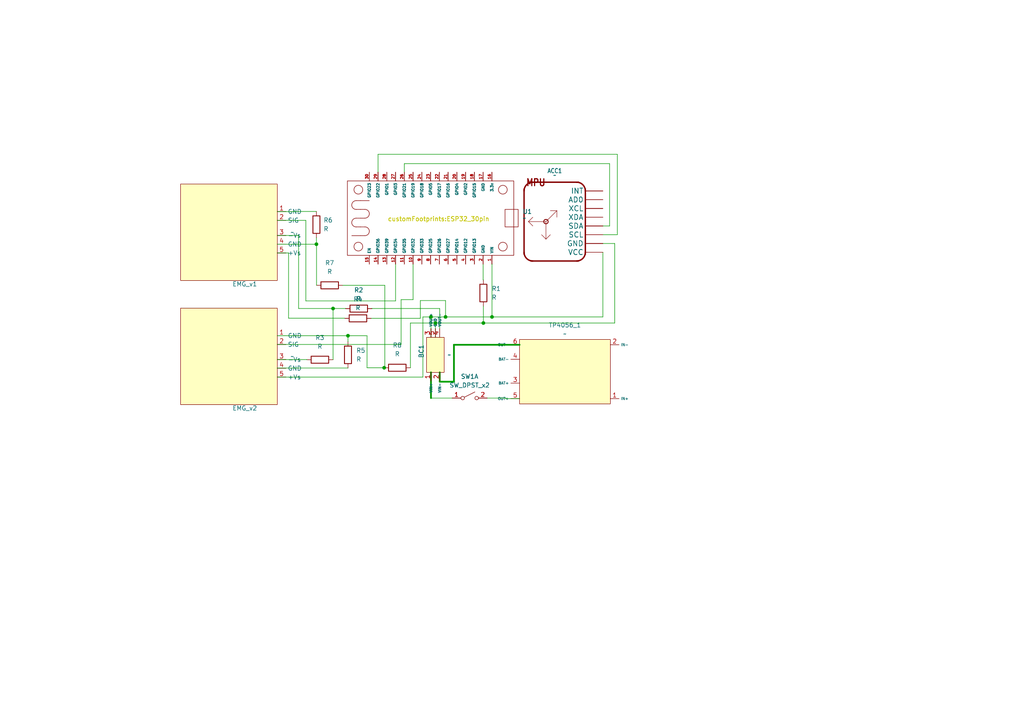
<source format=kicad_sch>
(kicad_sch
	(version 20250114)
	(generator "eeschema")
	(generator_version "9.0")
	(uuid "f4a3b0e6-cc17-4185-a2ff-4c65f32810e2")
	(paper "A4")
	(lib_symbols
		(symbol "Device:R"
			(pin_numbers
				(hide yes)
			)
			(pin_names
				(offset 0)
			)
			(exclude_from_sim no)
			(in_bom yes)
			(on_board yes)
			(property "Reference" "R"
				(at 2.032 0 90)
				(effects
					(font
						(size 1.27 1.27)
					)
				)
			)
			(property "Value" "R"
				(at 0 0 90)
				(effects
					(font
						(size 1.27 1.27)
					)
				)
			)
			(property "Footprint" ""
				(at -1.778 0 90)
				(effects
					(font
						(size 1.27 1.27)
					)
					(hide yes)
				)
			)
			(property "Datasheet" "~"
				(at 0 0 0)
				(effects
					(font
						(size 1.27 1.27)
					)
					(hide yes)
				)
			)
			(property "Description" "Resistor"
				(at 0 0 0)
				(effects
					(font
						(size 1.27 1.27)
					)
					(hide yes)
				)
			)
			(property "ki_keywords" "R res resistor"
				(at 0 0 0)
				(effects
					(font
						(size 1.27 1.27)
					)
					(hide yes)
				)
			)
			(property "ki_fp_filters" "R_*"
				(at 0 0 0)
				(effects
					(font
						(size 1.27 1.27)
					)
					(hide yes)
				)
			)
			(symbol "R_0_1"
				(rectangle
					(start -1.016 -2.54)
					(end 1.016 2.54)
					(stroke
						(width 0.254)
						(type default)
					)
					(fill
						(type none)
					)
				)
			)
			(symbol "R_1_1"
				(pin passive line
					(at 0 3.81 270)
					(length 1.27)
					(name "~"
						(effects
							(font
								(size 1.27 1.27)
							)
						)
					)
					(number "1"
						(effects
							(font
								(size 1.27 1.27)
							)
						)
					)
				)
				(pin passive line
					(at 0 -3.81 90)
					(length 1.27)
					(name "~"
						(effects
							(font
								(size 1.27 1.27)
							)
						)
					)
					(number "2"
						(effects
							(font
								(size 1.27 1.27)
							)
						)
					)
				)
			)
			(embedded_fonts no)
		)
		(symbol "Switch:SW_DPST_x2"
			(pin_names
				(offset 0)
				(hide yes)
			)
			(exclude_from_sim no)
			(in_bom yes)
			(on_board yes)
			(property "Reference" "SW1"
				(at 0 6.2612 0)
				(effects
					(font
						(size 1.27 1.27)
					)
				)
			)
			(property "Value" "SW_DPST_x2"
				(at 0 3.7212 0)
				(effects
					(font
						(size 1.27 1.27)
					)
				)
			)
			(property "Footprint" ""
				(at 0 0 0)
				(effects
					(font
						(size 1.27 1.27)
					)
					(hide yes)
				)
			)
			(property "Datasheet" "~"
				(at 0 0 0)
				(effects
					(font
						(size 1.27 1.27)
					)
					(hide yes)
				)
			)
			(property "Description" "Single Pole Single Throw (SPST) switch, separate symbol"
				(at 0 0 0)
				(effects
					(font
						(size 1.27 1.27)
					)
					(hide yes)
				)
			)
			(property "ki_keywords" "switch lever"
				(at 0 0 0)
				(effects
					(font
						(size 1.27 1.27)
					)
					(hide yes)
				)
			)
			(symbol "SW_DPST_x2_0_0"
				(circle
					(center -2.032 0)
					(radius 0.508)
					(stroke
						(width 0)
						(type default)
					)
					(fill
						(type none)
					)
				)
				(polyline
					(pts
						(xy -1.524 0.254) (xy 1.524 1.778)
					)
					(stroke
						(width 0)
						(type default)
					)
					(fill
						(type none)
					)
				)
				(circle
					(center 2.032 0)
					(radius 0.508)
					(stroke
						(width 0)
						(type default)
					)
					(fill
						(type none)
					)
				)
			)
			(symbol "SW_DPST_x2_1_1"
				(pin power_out line
					(at -5.08 0 0)
					(length 2.54)
					(name "A"
						(effects
							(font
								(size 1.27 1.27)
							)
						)
					)
					(number "1"
						(effects
							(font
								(size 1.27 1.27)
							)
						)
					)
				)
				(pin power_in line
					(at 5.08 0 180)
					(length 2.54)
					(name "B"
						(effects
							(font
								(size 1.27 1.27)
							)
						)
					)
					(number "2"
						(effects
							(font
								(size 1.27 1.27)
							)
						)
					)
				)
			)
			(symbol "SW_DPST_x2_2_1"
				(pin passive line
					(at -5.08 0 0)
					(length 2.54)
					(name "A"
						(effects
							(font
								(size 1.27 1.27)
							)
						)
					)
					(number "3"
						(effects
							(font
								(size 1.27 1.27)
							)
						)
					)
				)
				(pin passive line
					(at 5.08 0 180)
					(length 2.54)
					(name "B"
						(effects
							(font
								(size 1.27 1.27)
							)
						)
					)
					(number "4"
						(effects
							(font
								(size 1.27 1.27)
							)
						)
					)
				)
			)
			(embedded_fonts no)
		)
		(symbol "customModules:Buck_Converter_Module"
			(exclude_from_sim no)
			(in_bom yes)
			(on_board yes)
			(property "Reference" "BC"
				(at 6.096 1.524 0)
				(do_not_autoplace)
				(effects
					(font
						(size 1.27 1.27)
					)
				)
			)
			(property "Value" ""
				(at 0 0 0)
				(effects
					(font
						(size 1.27 1.27)
					)
				)
			)
			(property "Footprint" ""
				(at 0 0 0)
				(effects
					(font
						(size 1.27 1.27)
					)
					(hide yes)
				)
			)
			(property "Datasheet" ""
				(at 0 0 0)
				(effects
					(font
						(size 1.27 1.27)
					)
					(hide yes)
				)
			)
			(property "Description" ""
				(at 0 0 0)
				(effects
					(font
						(size 1.27 1.27)
					)
					(hide yes)
				)
			)
			(symbol "Buck_Converter_Module_1_1"
				(rectangle
					(start 0 0)
					(end 10.16 -5.08)
					(stroke
						(width 0)
						(type solid)
					)
					(fill
						(type background)
					)
				)
				(pin power_in line
					(at 0 -1.27 180)
					(length 2.54)
					(name "VIN+"
						(effects
							(font
								(size 0.762 0.762)
							)
						)
					)
					(number "1"
						(effects
							(font
								(size 1.27 1.27)
							)
						)
					)
				)
				(pin power_in line
					(at 0 -3.81 180)
					(length 2.54)
					(name "VIN-"
						(effects
							(font
								(size 0.762 0.762)
							)
						)
					)
					(number "2"
						(effects
							(font
								(size 1.27 1.27)
							)
						)
					)
				)
				(pin power_out line
					(at 10.16 -1.27 0)
					(length 2.54)
					(name "VOUT+"
						(effects
							(font
								(size 0.762 0.762)
							)
						)
					)
					(number "3"
						(effects
							(font
								(size 1.27 1.27)
							)
						)
					)
				)
				(pin power_out line
					(at 10.16 -2.54 0)
					(length 2.54)
					(name "GND"
						(effects
							(font
								(size 0.762 0.762)
							)
						)
					)
					(number "5"
						(effects
							(font
								(size 1.27 1.27)
							)
						)
					)
				)
				(pin power_out line
					(at 10.16 -3.81 0)
					(length 2.54)
					(name "VOUT-"
						(effects
							(font
								(size 0.762 0.762)
							)
						)
					)
					(number "4"
						(effects
							(font
								(size 1.27 1.27)
							)
						)
					)
				)
			)
			(embedded_fonts no)
		)
		(symbol "customModules:EMG_Sensor_v3"
			(exclude_from_sim no)
			(in_bom yes)
			(on_board yes)
			(property "Reference" "EMG_v3"
				(at 9.398 1.016 0)
				(do_not_autoplace)
				(effects
					(font
						(size 1.27 1.27)
					)
				)
			)
			(property "Value" ""
				(at 0 0 0)
				(effects
					(font
						(size 1.27 1.27)
					)
				)
			)
			(property "Footprint" ""
				(at 0 0 0)
				(effects
					(font
						(size 1.27 1.27)
					)
					(hide yes)
				)
			)
			(property "Datasheet" ""
				(at 0 0 0)
				(effects
					(font
						(size 1.27 1.27)
					)
					(hide yes)
				)
			)
			(property "Description" ""
				(at 0 0 0)
				(effects
					(font
						(size 1.27 1.27)
					)
					(hide yes)
				)
			)
			(symbol "EMG_Sensor_v3_1_1"
				(rectangle
					(start 0 0)
					(end 28 -28)
					(stroke
						(width 0)
						(type solid)
					)
					(fill
						(type color)
						(color 255 255 194 1)
					)
				)
				(pin power_in line
					(at 0 -8 180)
					(length 2.54)
					(name "+Vs"
						(effects
							(font
								(size 1.27 1.27)
							)
						)
					)
					(number "5"
						(effects
							(font
								(size 1.27 1.27)
							)
						)
					)
				)
				(pin power_in line
					(at 0 -10.54 180)
					(length 2.54)
					(name "GND"
						(effects
							(font
								(size 1.27 1.27)
							)
						)
					)
					(number "4"
						(effects
							(font
								(size 1.27 1.27)
							)
						)
					)
				)
				(pin power_in line
					(at 0 -13.08 180)
					(length 2.54)
					(name "-Vs"
						(effects
							(font
								(size 1.27 1.27)
							)
						)
					)
					(number "3"
						(effects
							(font
								(size 1.27 1.27)
							)
						)
					)
				)
				(pin output line
					(at 0 -17.46 180)
					(length 2.54)
					(name "SIG"
						(effects
							(font
								(size 1.27 1.27)
							)
						)
					)
					(number "2"
						(effects
							(font
								(size 1.27 1.27)
							)
						)
					)
				)
				(pin power_in line
					(at 0 -20 180)
					(length 2.54)
					(name "GND"
						(effects
							(font
								(size 1.27 1.27)
							)
						)
					)
					(number "1"
						(effects
							(font
								(size 1.27 1.27)
							)
						)
					)
				)
			)
			(embedded_fonts no)
		)
		(symbol "customModules:ESP32_30Pin"
			(exclude_from_sim no)
			(in_bom yes)
			(on_board yes)
			(property "Reference" "U1"
				(at 26.67 1.9051 0)
				(effects
					(font
						(size 1.27 1.27)
					)
					(justify left)
				)
			)
			(property "Value" "~"
				(at 26.67 0 0)
				(effects
					(font
						(size 1.27 1.27)
					)
					(justify left)
				)
			)
			(property "Footprint" "ESP32_30pin"
				(at 26.67 -1.9049 0)
				(effects
					(font
						(size 1.27 1.27)
						(color 194 194 0 1)
					)
					(justify left)
				)
			)
			(property "Datasheet" ""
				(at 0 0 0)
				(effects
					(font
						(size 1.27 1.27)
					)
					(hide yes)
				)
			)
			(property "Description" ""
				(at 0 0 0)
				(effects
					(font
						(size 1.27 1.27)
					)
					(hide yes)
				)
			)
			(symbol "ESP32_30Pin_0_1"
				(rectangle
					(start -24.13 10.795)
					(end 24.13 -10.795)
					(stroke
						(width 0)
						(type default)
					)
					(fill
						(type none)
					)
				)
				(polyline
					(pts
						(xy -21.59 5.08) (xy -20.32 5.08)
					)
					(stroke
						(width 0)
						(type default)
					)
					(fill
						(type none)
					)
				)
				(polyline
					(pts
						(xy -21.59 2.54) (xy -20.32 2.54)
					)
					(stroke
						(width 0)
						(type default)
					)
					(fill
						(type none)
					)
				)
				(polyline
					(pts
						(xy -21.59 0) (xy -20.32 0)
					)
					(stroke
						(width 0)
						(type default)
					)
					(fill
						(type none)
					)
				)
				(polyline
					(pts
						(xy -21.59 -2.54) (xy -20.32 -2.54)
					)
					(stroke
						(width 0)
						(type default)
					)
					(fill
						(type none)
					)
				)
				(arc
					(start -21.5975 2.5325)
					(mid -22.4933 2.9067)
					(end -22.8675 3.8025)
					(stroke
						(width 0)
						(type default)
					)
					(fill
						(type none)
					)
				)
				(arc
					(start -21.5975 -2.5475)
					(mid -22.4933 -2.1733)
					(end -22.8675 -1.2775)
					(stroke
						(width 0)
						(type default)
					)
					(fill
						(type none)
					)
				)
				(arc
					(start -22.86 3.81)
					(mid -22.4873 4.7073)
					(end -21.59 5.08)
					(stroke
						(width 0)
						(type default)
					)
					(fill
						(type none)
					)
				)
				(arc
					(start -22.86 -1.27)
					(mid -22.4873 -0.3727)
					(end -21.59 0)
					(stroke
						(width 0)
						(type default)
					)
					(fill
						(type none)
					)
				)
				(circle
					(center -20.955 8.255)
					(radius 1.27)
					(stroke
						(width 0)
						(type default)
					)
					(fill
						(type none)
					)
				)
				(circle
					(center -20.955 -8.255)
					(radius 1.27)
					(stroke
						(width 0)
						(type default)
					)
					(fill
						(type none)
					)
				)
				(polyline
					(pts
						(xy -20.32 5.08) (xy -17.78 5.08)
					)
					(stroke
						(width 0)
						(type default)
					)
					(fill
						(type none)
					)
				)
				(polyline
					(pts
						(xy -20.32 -5.08) (xy -22.86 -5.08)
					)
					(stroke
						(width 0)
						(type default)
					)
					(fill
						(type none)
					)
				)
				(arc
					(start -17.7775 1.2675)
					(mid -18.1502 0.3702)
					(end -19.0475 -0.0025)
					(stroke
						(width 0)
						(type default)
					)
					(fill
						(type none)
					)
				)
				(arc
					(start -17.7775 -3.8125)
					(mid -18.1502 -4.7098)
					(end -19.0475 -5.0825)
					(stroke
						(width 0)
						(type default)
					)
					(fill
						(type none)
					)
				)
				(arc
					(start -19.04 2.545)
					(mid -18.1442 2.1708)
					(end -17.77 1.275)
					(stroke
						(width 0)
						(type default)
					)
					(fill
						(type none)
					)
				)
				(arc
					(start -19.04 -2.535)
					(mid -18.1442 -2.9092)
					(end -17.77 -3.805)
					(stroke
						(width 0)
						(type default)
					)
					(fill
						(type none)
					)
				)
				(polyline
					(pts
						(xy -19.0475 2.5375) (xy -20.3175 2.5375)
					)
					(stroke
						(width 0)
						(type default)
					)
					(fill
						(type none)
					)
				)
				(polyline
					(pts
						(xy -19.0475 -0.0025) (xy -20.3175 -0.0025)
					)
					(stroke
						(width 0)
						(type default)
					)
					(fill
						(type none)
					)
				)
				(polyline
					(pts
						(xy -19.0475 -2.5425) (xy -20.3175 -2.5425)
					)
					(stroke
						(width 0)
						(type default)
					)
					(fill
						(type none)
					)
				)
				(polyline
					(pts
						(xy -19.0475 -5.0825) (xy -20.3175 -5.0825)
					)
					(stroke
						(width 0)
						(type default)
					)
					(fill
						(type none)
					)
				)
				(circle
					(center 20.955 8.255)
					(radius 1.27)
					(stroke
						(width 0)
						(type default)
					)
					(fill
						(type none)
					)
				)
				(circle
					(center 20.955 -8.255)
					(radius 1.27)
					(stroke
						(width 0)
						(type default)
					)
					(fill
						(type none)
					)
				)
				(rectangle
					(start 21.59 2.54)
					(end 25.4 -2.54)
					(stroke
						(width 0)
						(type default)
					)
					(fill
						(type none)
					)
				)
			)
			(symbol "ESP32_30Pin_1_1"
				(pin bidirectional line
					(at -17.78 13.335 270)
					(length 2.54)
					(name "GPIO23"
						(effects
							(font
								(size 0.7874 0.7874)
							)
						)
					)
					(number "30"
						(effects
							(font
								(size 0.7874 0.7874)
							)
						)
					)
				)
				(pin bidirectional line
					(at -17.78 -13.335 90)
					(length 2.54)
					(name "EN"
						(effects
							(font
								(size 0.7874 0.7874)
							)
						)
					)
					(number "15"
						(effects
							(font
								(size 0.7874 0.7874)
							)
						)
					)
				)
				(pin bidirectional line
					(at -15.24 13.335 270)
					(length 2.54)
					(name "GPIO22"
						(effects
							(font
								(size 0.7874 0.7874)
							)
						)
					)
					(number "29"
						(effects
							(font
								(size 0.7874 0.7874)
							)
						)
					)
				)
				(pin bidirectional line
					(at -15.24 -13.335 90)
					(length 2.54)
					(name "GPIO36"
						(effects
							(font
								(size 0.7874 0.7874)
							)
						)
					)
					(number "14"
						(effects
							(font
								(size 0.7874 0.7874)
							)
						)
					)
				)
				(pin bidirectional line
					(at -12.7 13.335 270)
					(length 2.54)
					(name "GPIO1"
						(effects
							(font
								(size 0.7874 0.7874)
							)
						)
					)
					(number "28"
						(effects
							(font
								(size 0.7874 0.7874)
							)
						)
					)
				)
				(pin bidirectional line
					(at -12.7 -13.335 90)
					(length 2.54)
					(name "GPIO39"
						(effects
							(font
								(size 0.7874 0.7874)
							)
						)
					)
					(number "13"
						(effects
							(font
								(size 0.7874 0.7874)
							)
						)
					)
				)
				(pin bidirectional line
					(at -10.16 13.335 270)
					(length 2.54)
					(name "GPIO3"
						(effects
							(font
								(size 0.7874 0.7874)
							)
						)
					)
					(number "27"
						(effects
							(font
								(size 0.7874 0.7874)
							)
						)
					)
				)
				(pin bidirectional line
					(at -10.16 -13.335 90)
					(length 2.54)
					(name "GPIO34"
						(effects
							(font
								(size 0.7874 0.7874)
							)
						)
					)
					(number "12"
						(effects
							(font
								(size 0.7874 0.7874)
							)
						)
					)
				)
				(pin bidirectional line
					(at -7.62 13.335 270)
					(length 2.54)
					(name "GPIO21"
						(effects
							(font
								(size 0.7874 0.7874)
							)
						)
					)
					(number "26"
						(effects
							(font
								(size 0.7874 0.7874)
							)
						)
					)
				)
				(pin bidirectional line
					(at -7.62 -13.335 90)
					(length 2.54)
					(name "GPIO35"
						(effects
							(font
								(size 0.7874 0.7874)
							)
						)
					)
					(number "11"
						(effects
							(font
								(size 0.7874 0.7874)
							)
						)
					)
				)
				(pin bidirectional line
					(at -5.08 13.335 270)
					(length 2.54)
					(name "GPIO19"
						(effects
							(font
								(size 0.7874 0.7874)
							)
						)
					)
					(number "25"
						(effects
							(font
								(size 0.7874 0.7874)
							)
						)
					)
				)
				(pin bidirectional line
					(at -5.08 -13.335 90)
					(length 2.54)
					(name "GPIO32"
						(effects
							(font
								(size 0.7874 0.7874)
							)
						)
					)
					(number "10"
						(effects
							(font
								(size 0.7874 0.7874)
							)
						)
					)
				)
				(pin bidirectional line
					(at -2.54 13.335 270)
					(length 2.54)
					(name "GPIO18"
						(effects
							(font
								(size 0.7874 0.7874)
							)
						)
					)
					(number "24"
						(effects
							(font
								(size 0.7874 0.7874)
							)
						)
					)
				)
				(pin bidirectional line
					(at -2.54 -13.335 90)
					(length 2.54)
					(name "GPIO33"
						(effects
							(font
								(size 0.7874 0.7874)
							)
						)
					)
					(number "9"
						(effects
							(font
								(size 0.7874 0.7874)
							)
						)
					)
				)
				(pin bidirectional line
					(at 0 13.335 270)
					(length 2.54)
					(name "GPIO5"
						(effects
							(font
								(size 0.7874 0.7874)
							)
						)
					)
					(number "23"
						(effects
							(font
								(size 0.7874 0.7874)
							)
						)
					)
				)
				(pin bidirectional line
					(at 0 -13.335 90)
					(length 2.54)
					(name "GPIO25"
						(effects
							(font
								(size 0.7874 0.7874)
							)
						)
					)
					(number "8"
						(effects
							(font
								(size 0.7874 0.7874)
							)
						)
					)
				)
				(pin bidirectional line
					(at 2.54 13.335 270)
					(length 2.54)
					(name "GPIO17"
						(effects
							(font
								(size 0.7874 0.7874)
							)
						)
					)
					(number "22"
						(effects
							(font
								(size 0.7874 0.7874)
							)
						)
					)
				)
				(pin bidirectional line
					(at 2.54 -13.335 90)
					(length 2.54)
					(name "GPIO26"
						(effects
							(font
								(size 0.7874 0.7874)
							)
						)
					)
					(number "7"
						(effects
							(font
								(size 0.7874 0.7874)
							)
						)
					)
				)
				(pin bidirectional line
					(at 5.08 13.335 270)
					(length 2.54)
					(name "GPIO16"
						(effects
							(font
								(size 0.7874 0.7874)
							)
						)
					)
					(number "21"
						(effects
							(font
								(size 0.7874 0.7874)
							)
						)
					)
				)
				(pin bidirectional line
					(at 5.08 -13.335 90)
					(length 2.54)
					(name "GPIO27"
						(effects
							(font
								(size 0.7874 0.7874)
							)
						)
					)
					(number "6"
						(effects
							(font
								(size 0.7874 0.7874)
							)
						)
					)
				)
				(pin bidirectional line
					(at 7.62 13.335 270)
					(length 2.54)
					(name "GPIO4"
						(effects
							(font
								(size 0.7874 0.7874)
							)
						)
					)
					(number "20"
						(effects
							(font
								(size 0.7874 0.7874)
							)
						)
					)
				)
				(pin bidirectional line
					(at 7.62 -13.335 90)
					(length 2.54)
					(name "GPIO14"
						(effects
							(font
								(size 0.7874 0.7874)
							)
						)
					)
					(number "5"
						(effects
							(font
								(size 0.7874 0.7874)
							)
						)
					)
				)
				(pin bidirectional line
					(at 10.16 13.335 270)
					(length 2.54)
					(name "GPIO2"
						(effects
							(font
								(size 0.7874 0.7874)
							)
						)
					)
					(number "19"
						(effects
							(font
								(size 0.7874 0.7874)
							)
						)
					)
				)
				(pin bidirectional line
					(at 10.16 -13.335 90)
					(length 2.54)
					(name "GPIO12"
						(effects
							(font
								(size 0.7874 0.7874)
							)
						)
					)
					(number "4"
						(effects
							(font
								(size 0.7874 0.7874)
							)
						)
					)
				)
				(pin bidirectional line
					(at 12.7 13.335 270)
					(length 2.54)
					(name "GPIO15"
						(effects
							(font
								(size 0.7874 0.7874)
							)
						)
					)
					(number "18"
						(effects
							(font
								(size 0.7874 0.7874)
							)
						)
					)
				)
				(pin bidirectional line
					(at 12.7 -13.335 90)
					(length 2.54)
					(name "GPIO13"
						(effects
							(font
								(size 0.7874 0.7874)
							)
						)
					)
					(number "3"
						(effects
							(font
								(size 0.7874 0.7874)
							)
						)
					)
				)
				(pin power_in line
					(at 15.24 13.335 270)
					(length 2.54)
					(name "GND"
						(effects
							(font
								(size 0.7874 0.7874)
							)
						)
					)
					(number "17"
						(effects
							(font
								(size 0.7874 0.7874)
							)
						)
					)
				)
				(pin bidirectional line
					(at 15.24 -13.335 90)
					(length 2.54)
					(name "GND"
						(effects
							(font
								(size 0.7874 0.7874)
							)
						)
					)
					(number "2"
						(effects
							(font
								(size 0.7874 0.7874)
							)
						)
					)
				)
				(pin output line
					(at 17.78 13.335 270)
					(length 2.54)
					(name "3.3v"
						(effects
							(font
								(size 0.7874 0.7874)
							)
						)
					)
					(number "16"
						(effects
							(font
								(size 0.7874 0.7874)
							)
						)
					)
				)
				(pin power_in line
					(at 17.78 -13.335 90)
					(length 2.54)
					(name "VIN"
						(effects
							(font
								(size 0.7874 0.7874)
							)
						)
					)
					(number "1"
						(effects
							(font
								(size 0.7874 0.7874)
							)
						)
					)
				)
			)
			(embedded_fonts no)
		)
		(symbol "customModules:GY-521"
			(exclude_from_sim no)
			(in_bom yes)
			(on_board yes)
			(property "Reference" "ACC"
				(at -7.112 11.938 0)
				(effects
					(font
						(size 1.27 1.0795)
					)
					(justify left bottom)
				)
			)
			(property "Value" ""
				(at 4.572 -11.938 0)
				(effects
					(font
						(size 1.27 1.0795)
					)
					(justify right top)
				)
			)
			(property "Footprint" ""
				(at -6.35 20.32 0)
				(effects
					(font
						(size 1.27 1.27)
					)
					(hide yes)
				)
			)
			(property "Datasheet" ""
				(at 0 0 0)
				(effects
					(font
						(size 1.27 1.27)
					)
					(hide yes)
				)
			)
			(property "Description" ""
				(at 0 0 0)
				(effects
					(font
						(size 1.27 1.27)
					)
					(hide yes)
				)
			)
			(property "ki_locked" ""
				(at 0 0 0)
				(effects
					(font
						(size 1.27 1.27)
					)
				)
			)
			(symbol "GY-521_1_0"
				(polyline
					(pts
						(xy -8.89 -9.43) (xy -8.89 9.43)
					)
					(stroke
						(width 0.4064)
						(type solid)
					)
					(fill
						(type none)
					)
				)
				(polyline
					(pts
						(xy -6.89 11.43) (xy 6.89 11.43)
					)
					(stroke
						(width 0.4064)
						(type solid)
					)
					(fill
						(type none)
					)
				)
				(arc
					(start -8.89 8.89)
					(mid -8.1461 10.6861)
					(end -6.35 11.43)
					(stroke
						(width 0.4064)
						(type solid)
					)
					(fill
						(type none)
					)
				)
				(arc
					(start -6.35 -11.43)
					(mid -8.1461 -10.6861)
					(end -8.89 -8.89)
					(stroke
						(width 0.4064)
						(type solid)
					)
					(fill
						(type none)
					)
				)
				(polyline
					(pts
						(xy -0.635 -3.175) (xy -0.635 -1.27)
					)
					(stroke
						(width 0.127)
						(type solid)
					)
					(fill
						(type none)
					)
				)
				(polyline
					(pts
						(xy -0.635 -3.175) (xy 1.27 -3.175)
					)
					(stroke
						(width 0.127)
						(type solid)
					)
					(fill
						(type none)
					)
				)
				(polyline
					(pts
						(xy 2.54 5.08) (xy 1.27 3.81)
					)
					(stroke
						(width 0.127)
						(type solid)
					)
					(fill
						(type none)
					)
				)
				(polyline
					(pts
						(xy 2.54 0) (xy -0.635 -3.175)
					)
					(stroke
						(width 0.127)
						(type solid)
					)
					(fill
						(type none)
					)
				)
				(polyline
					(pts
						(xy 2.54 0) (xy 2.54 5.08)
					)
					(stroke
						(width 0.127)
						(type solid)
					)
					(fill
						(type none)
					)
				)
				(polyline
					(pts
						(xy 2.54 0) (xy 7.62 0)
					)
					(stroke
						(width 0.127)
						(type solid)
					)
					(fill
						(type none)
					)
				)
				(circle
					(center 2.54 0)
					(radius 0.635)
					(stroke
						(width 0.254)
						(type solid)
					)
					(fill
						(type none)
					)
				)
				(polyline
					(pts
						(xy 3.81 3.81) (xy 2.54 5.08)
					)
					(stroke
						(width 0.127)
						(type solid)
					)
					(fill
						(type none)
					)
				)
				(arc
					(start 6.35 11.43)
					(mid 8.1461 10.6861)
					(end 8.89 8.89)
					(stroke
						(width 0.4064)
						(type solid)
					)
					(fill
						(type none)
					)
				)
				(polyline
					(pts
						(xy 6.35 1.27) (xy 7.62 0)
					)
					(stroke
						(width 0.127)
						(type solid)
					)
					(fill
						(type none)
					)
				)
				(arc
					(start 8.89 -8.89)
					(mid 8.1461 -10.6861)
					(end 6.35 -11.43)
					(stroke
						(width 0.4064)
						(type solid)
					)
					(fill
						(type none)
					)
				)
				(polyline
					(pts
						(xy 6.89 -11.43) (xy -6.89 -11.43)
					)
					(stroke
						(width 0.4064)
						(type solid)
					)
					(fill
						(type none)
					)
				)
				(polyline
					(pts
						(xy 7.62 0) (xy 6.35 -1.27)
					)
					(stroke
						(width 0.127)
						(type solid)
					)
					(fill
						(type none)
					)
				)
				(polyline
					(pts
						(xy 8.89 9.43) (xy 8.89 -9.43)
					)
					(stroke
						(width 0.4064)
						(type solid)
					)
					(fill
						(type none)
					)
				)
				(text "MPU"
					(at 2.54 -10.16 0)
					(effects
						(font
							(size 2 1.7)
							(thickness 0.34)
							(bold yes)
						)
						(justify left bottom)
					)
				)
				(pin power_in line
					(at -13.97 8.89 0)
					(length 5.08)
					(name "VCC"
						(effects
							(font
								(size 1.524 1.524)
							)
						)
					)
					(number "VCC"
						(effects
							(font
								(size 0 0)
							)
						)
					)
				)
				(pin power_in line
					(at -13.97 6.35 0)
					(length 5.08)
					(name "GND"
						(effects
							(font
								(size 1.524 1.524)
							)
						)
					)
					(number "GND"
						(effects
							(font
								(size 0 0)
							)
						)
					)
				)
				(pin bidirectional line
					(at -13.97 3.81 0)
					(length 5.08)
					(name "SCL"
						(effects
							(font
								(size 1.524 1.524)
							)
						)
					)
					(number "SCL"
						(effects
							(font
								(size 0 0)
							)
						)
					)
				)
				(pin bidirectional line
					(at -13.97 1.27 0)
					(length 5.08)
					(name "SDA"
						(effects
							(font
								(size 1.524 1.524)
							)
						)
					)
					(number "SDA"
						(effects
							(font
								(size 0 0)
							)
						)
					)
				)
				(pin bidirectional line
					(at -13.97 -1.27 0)
					(length 5.08)
					(name "XDA"
						(effects
							(font
								(size 1.524 1.524)
							)
						)
					)
					(number "XDA"
						(effects
							(font
								(size 0 0)
							)
						)
					)
				)
				(pin bidirectional line
					(at -13.97 -3.81 0)
					(length 5.08)
					(name "XCL"
						(effects
							(font
								(size 1.524 1.524)
							)
						)
					)
					(number "XCL"
						(effects
							(font
								(size 0 0)
							)
						)
					)
				)
				(pin bidirectional line
					(at -13.97 -6.35 0)
					(length 5.08)
					(name "AD0"
						(effects
							(font
								(size 1.524 1.524)
							)
						)
					)
					(number "AD0"
						(effects
							(font
								(size 0 0)
							)
						)
					)
				)
				(pin bidirectional line
					(at -13.97 -8.89 0)
					(length 5.08)
					(name "INT"
						(effects
							(font
								(size 1.524 1.524)
							)
						)
					)
					(number "INT"
						(effects
							(font
								(size 0 0)
							)
						)
					)
				)
			)
			(embedded_fonts no)
		)
		(symbol "customModules:TP4056 ref"
			(exclude_from_sim no)
			(in_bom yes)
			(on_board yes)
			(property "Reference" "TP4056_"
				(at 8.636 1.27 0)
				(effects
					(font
						(size 1.27 1.27)
					)
				)
			)
			(property "Value" ""
				(at 0 0 0)
				(effects
					(font
						(size 1.27 1.27)
					)
				)
			)
			(property "Footprint" ""
				(at 0 0 0)
				(effects
					(font
						(size 1.27 1.27)
					)
					(hide yes)
				)
			)
			(property "Datasheet" ""
				(at 0 0 0)
				(effects
					(font
						(size 1.27 1.27)
					)
					(hide yes)
				)
			)
			(property "Description" ""
				(at 0 0 0)
				(effects
					(font
						(size 1.27 1.27)
					)
					(hide yes)
				)
			)
			(symbol "TP4056 ref_1_1"
				(rectangle
					(start 0 0)
					(end 26.3 -18.7)
					(stroke
						(width 0)
						(type solid)
					)
					(fill
						(type background)
					)
				)
				(pin power_in line
					(at 0 -1.54 180)
					(length 2.54)
					(name "IN+"
						(effects
							(font
								(size 0.762 0.762)
							)
						)
					)
					(number "1"
						(effects
							(font
								(size 1.27 1.27)
							)
						)
					)
				)
				(pin power_in line
					(at 0 -17.16 180)
					(length 2.54)
					(name "IN-"
						(effects
							(font
								(size 0.762 0.762)
							)
						)
					)
					(number "2"
						(effects
							(font
								(size 1.27 1.27)
							)
						)
					)
				)
				(pin power_out line
					(at 26.3 -1.54 0)
					(length 2.54)
					(name "OUT+"
						(effects
							(font
								(size 0.762 0.762)
							)
						)
					)
					(number "5"
						(effects
							(font
								(size 1.27 1.27)
							)
						)
					)
				)
				(pin power_out line
					(at 26.3 -6.04 0)
					(length 2.54)
					(name "BAT+"
						(effects
							(font
								(size 0.762 0.762)
							)
						)
					)
					(number "3"
						(effects
							(font
								(size 1.27 1.27)
							)
						)
					)
				)
				(pin power_out line
					(at 26.3 -12.96 0)
					(length 2.54)
					(name "BAT-"
						(effects
							(font
								(size 0.762 0.762)
							)
						)
					)
					(number "4"
						(effects
							(font
								(size 1.27 1.27)
							)
						)
					)
				)
				(pin power_out line
					(at 26.3 -17.16 0)
					(length 2.54)
					(name "OUT-"
						(effects
							(font
								(size 0.762 0.762)
							)
						)
					)
					(number "6"
						(effects
							(font
								(size 1.27 1.27)
							)
						)
					)
				)
			)
			(embedded_fonts no)
		)
	)
	(junction
		(at 96.6003 89.4806)
		(diameter 0)
		(color 0 0 0 0)
		(uuid "1083395d-6271-43cc-ba77-71c9958e0a02")
	)
	(junction
		(at 126.27 93.6905)
		(diameter 0)
		(color 0 0 0 0)
		(uuid "230ad094-16ff-4c31-addc-7cceb9d0b64e")
	)
	(junction
		(at 125 91.9221)
		(diameter 0)
		(color 0 0 0 0)
		(uuid "3ce51261-98d6-4e5c-bb96-d192fa092ed8")
	)
	(junction
		(at 100.9266 97.3726)
		(diameter 0)
		(color 0 0 0 0)
		(uuid "4b2b7e44-9d78-454c-824f-c0348fdfc38c")
	)
	(junction
		(at 142.6986 91.9221)
		(diameter 0)
		(color 0 0 0 0)
		(uuid "5e6e716c-fdd3-40c8-8ca2-f8068010f0ff")
	)
	(junction
		(at 129.2259 91.9221)
		(diameter 0)
		(color 0 0 0 0)
		(uuid "b0ff51bf-298c-4c1e-868e-11869db4aa7d")
	)
	(junction
		(at 91.7726 70.8326)
		(diameter 0)
		(color 0 0 0 0)
		(uuid "c394ff85-1318-4243-91cb-66036b67ccdf")
	)
	(junction
		(at 140.1985 93.6905)
		(diameter 0)
		(color 0 0 0 0)
		(uuid "c6a5ae8f-03ee-4613-ab39-5e2e127e8e24")
	)
	(junction
		(at 111.4207 106.6639)
		(diameter 0)
		(color 0 0 0 0)
		(uuid "d2e87a80-516c-46d0-88a9-5504ca076ea8")
	)
	(wire
		(pts
			(xy 122.6604 91.9221) (xy 125 91.9221)
		)
		(stroke
			(width 0)
			(type default)
		)
		(uuid "0ce7a2dc-89f4-4430-9c65-efba6852cc92")
	)
	(wire
		(pts
			(xy 142.6986 91.9221) (xy 174.8595 91.9221)
		)
		(stroke
			(width 0)
			(type default)
		)
		(uuid "0f0b8199-cdaa-4133-b631-b77ecdf1fe28")
	)
	(wire
		(pts
			(xy 83.6937 73.3726) (xy 83.6937 92.2947)
		)
		(stroke
			(width 0)
			(type default)
		)
		(uuid "0fdf4668-d07d-499c-9119-a19ce9ebf927")
	)
	(wire
		(pts
			(xy 80.4032 109.3726) (xy 122.6604 109.3726)
		)
		(stroke
			(width 0)
			(type default)
		)
		(uuid "11152fcb-a061-493f-90e0-ee5c49d1f7a6")
	)
	(wire
		(pts
			(xy 91.8088 70.8326) (xy 91.7726 70.8326)
		)
		(stroke
			(width 0)
			(type default)
		)
		(uuid "13d1896a-182b-46f6-8af8-64f876605a57")
	)
	(wire
		(pts
			(xy 100.2413 89.4806) (xy 100.2413 89.5162)
		)
		(stroke
			(width 0)
			(type default)
		)
		(uuid "140ac701-1334-4b28-acda-2024e8b7affa")
	)
	(wire
		(pts
			(xy 127.54 89.4806) (xy 127.54 97.84)
		)
		(stroke
			(width 0)
			(type default)
		)
		(uuid "1a97a94c-a3f8-4bb0-afcd-841536f1d8a5")
	)
	(wire
		(pts
			(xy 140.1295 81.1768) (xy 140.1985 81.1768)
		)
		(stroke
			(width 0)
			(type default)
		)
		(uuid "1dd0c9a7-683a-435e-9ac2-776a26220b05")
	)
	(wire
		(pts
			(xy 80.4032 73.3726) (xy 83.6937 73.3726)
		)
		(stroke
			(width 0)
			(type default)
		)
		(uuid "1efb9d68-067f-4b4c-90cb-b9e2b3c780d1")
	)
	(wire
		(pts
			(xy 100.0161 92.2947) (xy 100.0161 92.3273)
		)
		(stroke
			(width 0)
			(type default)
		)
		(uuid "2323b284-6c0c-43e9-b72e-1e727d7ef4c8")
	)
	(wire
		(pts
			(xy 131.1409 115.46) (xy 125 115.46)
		)
		(stroke
			(width 0)
			(type default)
		)
		(uuid "23f18a23-0f46-4cae-abac-bef6059a7c5a")
	)
	(wire
		(pts
			(xy 80.4032 70.8326) (xy 91.7726 70.8326)
		)
		(stroke
			(width 0)
			(type default)
		)
		(uuid "23f5fc3d-5472-450a-a029-d418748d254b")
	)
	(wire
		(pts
			(xy 146.7 115.46) (xy 141.3009 115.46)
		)
		(stroke
			(width 0)
			(type default)
		)
		(uuid "25876f03-6405-4912-8f1d-0de90d73a685")
	)
	(wire
		(pts
			(xy 109.6495 44.748) (xy 109.6495 49.9377)
		)
		(stroke
			(width 0)
			(type default)
		)
		(uuid "26196d8b-7894-467e-9d12-352c672af277")
	)
	(wire
		(pts
			(xy 140.1985 93.6905) (xy 178.2962 93.6905)
		)
		(stroke
			(width 0)
			(type default)
		)
		(uuid "2980d959-a1d6-408c-8275-1963508c89b1")
	)
	(wire
		(pts
			(xy 91.7726 68.9529) (xy 91.7726 70.8326)
		)
		(stroke
			(width 0)
			(type default)
		)
		(uuid "298561e4-8478-4bea-91fd-2dc5d3060f5e")
	)
	(wire
		(pts
			(xy 80.4032 106.7389) (xy 80.4032 106.8326)
		)
		(stroke
			(width 0)
			(type default)
		)
		(uuid "2afc9972-a725-4d18-ab96-f9c485164c22")
	)
	(wire
		(pts
			(xy 126.27 93.6905) (xy 140.1985 93.6905)
		)
		(stroke
			(width 0)
			(type default)
		)
		(uuid "2b01cc62-8249-410a-867f-f7af2a320944")
	)
	(wire
		(pts
			(xy 174.8595 91.9221) (xy 174.8595 73.1627)
		)
		(stroke
			(width 0)
			(type default)
		)
		(uuid "30bc7d0b-82cd-4522-be8d-577c43c8609c")
	)
	(wire
		(pts
			(xy 126.27 93.6905) (xy 126.27 97.84)
		)
		(stroke
			(width 0)
			(type default)
		)
		(uuid "32af29bb-0e3f-4636-9803-19cf0cc82ef6")
	)
	(wire
		(pts
			(xy 178.2962 93.6905) (xy 178.2962 70.6227)
		)
		(stroke
			(width 0)
			(type default)
		)
		(uuid "33e8a662-a3fa-4e30-9f79-aaac102c59aa")
	)
	(wire
		(pts
			(xy 106.4565 106.6639) (xy 111.4207 106.6639)
		)
		(stroke
			(width 0)
			(type default)
		)
		(uuid "37c8eedc-1b93-4467-a290-a7195ee51d84")
	)
	(wire
		(pts
			(xy 140.1295 76.6077) (xy 140.1295 81.1768)
		)
		(stroke
			(width 0)
			(type default)
		)
		(uuid "3b485d28-2e82-450d-99ce-81f8607e3c94")
	)
	(wire
		(pts
			(xy 116.3359 86.9059) (xy 116.3359 99.9126)
		)
		(stroke
			(width 0)
			(type default)
		)
		(uuid "4393b4f9-f9ed-4dbf-95d4-f7d7f334b2d5")
	)
	(wire
		(pts
			(xy 131.6641 100) (xy 150.7 100)
		)
		(stroke
			(width 0.5)
			(type default)
		)
		(uuid "471a3362-2297-4320-bdd2-244955962b8a")
	)
	(wire
		(pts
			(xy 179.051 44.748) (xy 109.6495 44.748)
		)
		(stroke
			(width 0)
			(type default)
		)
		(uuid "47406e1f-d390-44f9-bb50-0a49297c6f2f")
	)
	(wire
		(pts
			(xy 127.54 110.7102) (xy 131.6641 110.7102)
		)
		(stroke
			(width 0.5)
			(type default)
		)
		(uuid "4901cc53-c59f-475a-b7fb-0c1591e80fbe")
	)
	(wire
		(pts
			(xy 86.6076 89.4806) (xy 86.6076 68.2926)
		)
		(stroke
			(width 0)
			(type default)
		)
		(uuid "4f5c24b9-e380-4982-8597-5a8e0aae5c8a")
	)
	(wire
		(pts
			(xy 142.6986 91.9221) (xy 142.6986 76.6077)
		)
		(stroke
			(width 0)
			(type default)
		)
		(uuid "50c147e7-e19f-4bd8-8606-82c9b9a76dd0")
	)
	(wire
		(pts
			(xy 176.8086 65.5427) (xy 176.8086 47.4616)
		)
		(stroke
			(width 0)
			(type default)
		)
		(uuid "55af9af8-17e9-4c4e-8097-0bc4de0abefc")
	)
	(wire
		(pts
			(xy 127.54 108) (xy 127.54 110.7102)
		)
		(stroke
			(width 0.5)
			(type default)
		)
		(uuid "55ca723c-9697-4867-8c6d-05c39e223b0e")
	)
	(wire
		(pts
			(xy 125 115.4548) (xy 125 108)
		)
		(stroke
			(width 0.5)
			(type default)
		)
		(uuid "57423bf4-df53-474f-83f6-a539edd5869b")
	)
	(wire
		(pts
			(xy 140.1985 93.6905) (xy 140.1985 88.7968)
		)
		(stroke
			(width 0)
			(type default)
		)
		(uuid "5799372b-1ecf-46c7-9d7d-3be515a0abcb")
	)
	(wire
		(pts
			(xy 119.8095 76.6077) (xy 119.8095 86.9059)
		)
		(stroke
			(width 0)
			(type default)
		)
		(uuid "5872f284-b033-40d3-8ce6-ef313ca061a9")
	)
	(wire
		(pts
			(xy 80.4032 61.3726) (xy 85.1062 61.3726)
		)
		(stroke
			(width 0)
			(type default)
		)
		(uuid "5cb415d9-7082-4f1e-b219-b01328991aa6")
	)
	(wire
		(pts
			(xy 121.9188 87.1722) (xy 121.9188 92.3273)
		)
		(stroke
			(width 0)
			(type default)
		)
		(uuid "60e9827f-dbdf-4bae-b878-99344d699bd6")
	)
	(wire
		(pts
			(xy 96.6003 89.4806) (xy 100.2413 89.4806)
		)
		(stroke
			(width 0)
			(type default)
		)
		(uuid "6527ec62-915d-4df9-a86b-218daf735c99")
	)
	(wire
		(pts
			(xy 122.6604 91.9221) (xy 122.6604 109.3726)
		)
		(stroke
			(width 0)
			(type default)
		)
		(uuid "6a65ad45-1838-4281-9035-b1ff1fec513b")
	)
	(wire
		(pts
			(xy 127.54 89.4806) (xy 107.8613 89.4806)
		)
		(stroke
			(width 0)
			(type default)
		)
		(uuid "6bf60df2-3dae-44d2-8123-c08858d7b431")
	)
	(wire
		(pts
			(xy 131.6641 110.7102) (xy 131.6641 100)
		)
		(stroke
			(width 0.5)
			(type default)
		)
		(uuid "6e14fe8d-29ac-4944-8434-734fe1259666")
	)
	(wire
		(pts
			(xy 119.8095 86.9059) (xy 116.3359 86.9059)
		)
		(stroke
			(width 0)
			(type default)
		)
		(uuid "7401444d-6b18-4887-9318-698d87679a16")
	)
	(wire
		(pts
			(xy 146.7 115.62) (xy 146.7 115.46)
		)
		(stroke
			(width 0)
			(type default)
		)
		(uuid "76c9bf93-7b45-48de-b20b-0ee143e8306b")
	)
	(wire
		(pts
			(xy 99.4288 82.7517) (xy 111.6143 82.7517)
		)
		(stroke
			(width 0)
			(type default)
		)
		(uuid "78ab3959-288c-4a11-b74c-9e27f9a3d4b5")
	)
	(wire
		(pts
			(xy 114.7295 87.2785) (xy 114.7295 76.6077)
		)
		(stroke
			(width 0)
			(type default)
		)
		(uuid "798bcfab-2d70-41b8-a184-88344b59072f")
	)
	(wire
		(pts
			(xy 117.2695 47.4616) (xy 117.2695 49.9377)
		)
		(stroke
			(width 0)
			(type default)
		)
		(uuid "7a27152f-b343-413f-93d6-6d0a22da4d01")
	)
	(wire
		(pts
			(xy 119.0407 106.6639) (xy 119.0407 93.6905)
		)
		(stroke
			(width 0)
			(type default)
		)
		(uuid "819e3482-5052-495a-970e-447cdad9d3cb")
	)
	(wire
		(pts
			(xy 80.4032 97.3726) (xy 100.9266 97.3726)
		)
		(stroke
			(width 0)
			(type default)
		)
		(uuid "89dae453-9d0b-472b-99b2-750c2408a49a")
	)
	(wire
		(pts
			(xy 85.1062 61.3329) (xy 85.1062 61.3726)
		)
		(stroke
			(width 0)
			(type default)
		)
		(uuid "8fce0183-c520-4f9a-b5cf-b503af3f1b96")
	)
	(wire
		(pts
			(xy 88.7097 87.2785) (xy 114.7295 87.2785)
		)
		(stroke
			(width 0)
			(type default)
		)
		(uuid "903389cd-267e-4ac0-9c49-071d48971504")
	)
	(wire
		(pts
			(xy 117.2695 47.4616) (xy 176.8086 47.4616)
		)
		(stroke
			(width 0)
			(type default)
		)
		(uuid "96762007-2058-4acf-a307-eed388d58cdb")
	)
	(wire
		(pts
			(xy 142.6986 76.6077) (xy 142.6695 76.6077)
		)
		(stroke
			(width 0)
			(type default)
		)
		(uuid "9a9cc17b-a674-4faa-bee6-02ee56350439")
	)
	(wire
		(pts
			(xy 116.3359 99.9126) (xy 80.4032 99.9126)
		)
		(stroke
			(width 0)
			(type default)
		)
		(uuid "9b0bf987-4160-45e6-b2da-f09c39515959")
	)
	(wire
		(pts
			(xy 86.6076 89.4806) (xy 96.6003 89.4806)
		)
		(stroke
			(width 0)
			(type default)
		)
		(uuid "9ef0443d-0e51-42f7-924a-7763f14e1364")
	)
	(wire
		(pts
			(xy 91.7726 61.3329) (xy 85.1062 61.3329)
		)
		(stroke
			(width 0)
			(type default)
		)
		(uuid "a06d080e-e701-4ca3-8e05-214e4e02e137")
	)
	(wire
		(pts
			(xy 80.4032 104.2926) (xy 88.9803 104.2926)
		)
		(stroke
			(width 0)
			(type default)
		)
		(uuid "a3db0117-1100-49b6-90da-ea876dbb5329")
	)
	(wire
		(pts
			(xy 111.6143 82.7517) (xy 111.6143 106.6639)
		)
		(stroke
			(width 0)
			(type default)
		)
		(uuid "a991dfed-e957-47e7-931a-00455877c4b1")
	)
	(wire
		(pts
			(xy 100.9266 97.3726) (xy 100.9266 99.1189)
		)
		(stroke
			(width 0)
			(type default)
		)
		(uuid "aaa5f114-9b55-4451-a2e3-60fd92eb6e81")
	)
	(wire
		(pts
			(xy 129.2259 87.1722) (xy 129.2259 91.9221)
		)
		(stroke
			(width 0)
			(type default)
		)
		(uuid "ad5e61f9-fb32-4577-ab92-bbd98111cbc6")
	)
	(wire
		(pts
			(xy 119.0407 93.6905) (xy 126.27 93.6905)
		)
		(stroke
			(width 0)
			(type default)
		)
		(uuid "b3c1daa9-ef30-407b-9668-83a8324ae016")
	)
	(wire
		(pts
			(xy 80.4032 63.9126) (xy 88.7097 63.9126)
		)
		(stroke
			(width 0)
			(type default)
		)
		(uuid "b401b3b8-337d-4392-b660-9199af7ce436")
	)
	(wire
		(pts
			(xy 125 91.9221) (xy 125 97.84)
		)
		(stroke
			(width 0)
			(type default)
		)
		(uuid "b4fef029-3795-42e1-8c14-2114bff4e943")
	)
	(wire
		(pts
			(xy 174.8595 68.0827) (xy 179.051 68.0827)
		)
		(stroke
			(width 0)
			(type default)
		)
		(uuid "b62d0bd7-07bb-47a8-b0f4-c187ae96efc3")
	)
	(wire
		(pts
			(xy 88.9803 104.2926) (xy 88.9803 104.339)
		)
		(stroke
			(width 0)
			(type default)
		)
		(uuid "bb21da8b-ae0e-44a0-9cc5-02a185ad9c70")
	)
	(wire
		(pts
			(xy 107.8613 89.4806) (xy 107.8613 89.5162)
		)
		(stroke
			(width 0)
			(type default)
		)
		(uuid "bc350bbe-2843-443e-9e26-557281d111a9")
	)
	(wire
		(pts
			(xy 125 115.46) (xy 125 115.4548)
		)
		(stroke
			(width 0)
			(type default)
		)
		(uuid "bc4ee973-6ddc-4641-bdb5-3f326c31fafb")
	)
	(wire
		(pts
			(xy 100.9266 106.7389) (xy 80.4032 106.7389)
		)
		(stroke
			(width 0)
			(type default)
		)
		(uuid "c0f755f6-e4ec-43bd-bbf1-0c60d120fe38")
	)
	(wire
		(pts
			(xy 91.8088 82.7517) (xy 91.8088 70.8326)
		)
		(stroke
			(width 0)
			(type default)
		)
		(uuid "c7c99fe6-c945-4026-a836-b8d022a0be03")
	)
	(wire
		(pts
			(xy 107.6361 92.3273) (xy 121.9188 92.3273)
		)
		(stroke
			(width 0)
			(type default)
		)
		(uuid "c84f148d-a105-4b9d-a74d-84cd4c2a1e8c")
	)
	(wire
		(pts
			(xy 125 91.9221) (xy 129.2259 91.9221)
		)
		(stroke
			(width 0)
			(type default)
		)
		(uuid "cd119e79-5829-469f-a299-6d62f95028e4")
	)
	(wire
		(pts
			(xy 100.9266 97.3726) (xy 106.4565 97.3726)
		)
		(stroke
			(width 0)
			(type default)
		)
		(uuid "d04922d5-98f7-49e0-bed5-9134495f1947")
	)
	(wire
		(pts
			(xy 121.9188 87.1722) (xy 129.2259 87.1722)
		)
		(stroke
			(width 0)
			(type default)
		)
		(uuid "d0c3d779-c335-4682-be50-b1831f06f58c")
	)
	(wire
		(pts
			(xy 179.051 68.0827) (xy 179.051 44.748)
		)
		(stroke
			(width 0)
			(type default)
		)
		(uuid "d2a3d706-09dd-4ea3-853f-7400a209a97b")
	)
	(wire
		(pts
			(xy 178.2962 70.6227) (xy 174.8595 70.6227)
		)
		(stroke
			(width 0)
			(type default)
		)
		(uuid "d40ae09f-245e-4b32-a497-a954a96137e5")
	)
	(wire
		(pts
			(xy 111.4207 106.6639) (xy 111.6143 106.6639)
		)
		(stroke
			(width 0)
			(type default)
		)
		(uuid "d4647540-8e1a-42b3-9a02-18402aed1fc0")
	)
	(wire
		(pts
			(xy 83.6937 92.2947) (xy 100.0161 92.2947)
		)
		(stroke
			(width 0)
			(type default)
		)
		(uuid "daba6978-d2db-4ce6-ac68-6d92279bb485")
	)
	(wire
		(pts
			(xy 129.2259 91.9221) (xy 142.6986 91.9221)
		)
		(stroke
			(width 0)
			(type default)
		)
		(uuid "ecffed77-3322-4d00-a635-f1433cf8d298")
	)
	(wire
		(pts
			(xy 86.6076 68.2926) (xy 80.4032 68.2926)
		)
		(stroke
			(width 0)
			(type default)
		)
		(uuid "f1322a9e-5ef5-4159-aeb2-621576e7a815")
	)
	(wire
		(pts
			(xy 146.7 115.62) (xy 150.7 115.62)
		)
		(stroke
			(width 0)
			(type default)
		)
		(uuid "f2cecb2e-b3f1-461d-8ac9-fcb417fb0dc8")
	)
	(wire
		(pts
			(xy 96.6003 89.4806) (xy 96.6003 104.339)
		)
		(stroke
			(width 0)
			(type default)
		)
		(uuid "f473d393-5ad6-435b-84e0-9af495c06755")
	)
	(wire
		(pts
			(xy 174.8595 65.5427) (xy 176.8086 65.5427)
		)
		(stroke
			(width 0)
			(type default)
		)
		(uuid "f881295b-ff7c-4437-9de1-461f17fdb67f")
	)
	(wire
		(pts
			(xy 106.4565 97.3726) (xy 106.4565 106.6639)
		)
		(stroke
			(width 0)
			(type default)
		)
		(uuid "fba4d64b-207e-40e9-abdc-83a4917cf052")
	)
	(wire
		(pts
			(xy 88.7097 63.9126) (xy 88.7097 87.2785)
		)
		(stroke
			(width 0)
			(type default)
		)
		(uuid "fcc6b17f-c20f-4c55-8764-ac4a27736c08")
	)
	(symbol
		(lib_id "Switch:SW_DPST_x2")
		(at 136.2209 115.46 0)
		(unit 1)
		(exclude_from_sim no)
		(in_bom yes)
		(on_board yes)
		(dnp no)
		(fields_autoplaced yes)
		(uuid "0245084c-988f-4c6f-beff-a056f36515eb")
		(property "Reference" "SW1"
			(at 136.2209 109.1988 0)
			(effects
				(font
					(size 1.27 1.27)
				)
			)
		)
		(property "Value" "SW_DPST_x2"
			(at 136.2209 111.7388 0)
			(effects
				(font
					(size 1.27 1.27)
				)
			)
		)
		(property "Footprint" "customFootprints:switch"
			(at 136.2209 115.46 0)
			(effects
				(font
					(size 1.27 1.27)
				)
				(hide yes)
			)
		)
		(property "Datasheet" "~"
			(at 136.2209 115.46 0)
			(effects
				(font
					(size 1.27 1.27)
				)
				(hide yes)
			)
		)
		(property "Description" "Single Pole Single Throw (SPST) switch, separate symbol"
			(at 136.2209 115.46 0)
			(effects
				(font
					(size 1.27 1.27)
				)
				(hide yes)
			)
		)
		(pin "3"
			(uuid "66424f39-326b-4638-9b6a-b232ac0b91c5")
		)
		(pin "1"
			(uuid "1d78a9cf-7947-4697-92c2-1f31d2a5d207")
		)
		(pin "2"
			(uuid "6c9b9955-855e-4583-88b4-59cabf56cf3c")
		)
		(pin "4"
			(uuid "69606a90-4f72-40bd-bb82-0665194546a4")
		)
		(instances
			(project ""
				(path "/f4a3b0e6-cc17-4185-a2ff-4c65f32810e2"
					(reference "SW1")
					(unit 1)
				)
			)
		)
	)
	(symbol
		(lib_id "Device:R")
		(at 92.7903 104.339 90)
		(unit 1)
		(exclude_from_sim no)
		(in_bom yes)
		(on_board yes)
		(dnp no)
		(fields_autoplaced yes)
		(uuid "0c9dec28-eac6-4a81-bb66-928b5bfe1388")
		(property "Reference" "R3"
			(at 92.7903 97.9401 90)
			(effects
				(font
					(size 1.27 1.27)
				)
			)
		)
		(property "Value" "R"
			(at 92.7903 100.4801 90)
			(effects
				(font
					(size 1.27 1.27)
				)
			)
		)
		(property "Footprint" "customFootprints:Jumper-Wire_8mm_Blue"
			(at 92.7903 106.117 90)
			(effects
				(font
					(size 1.27 1.27)
				)
				(hide yes)
			)
		)
		(property "Datasheet" "~"
			(at 92.7903 104.339 0)
			(effects
				(font
					(size 1.27 1.27)
				)
				(hide yes)
			)
		)
		(property "Description" "Resistor"
			(at 92.7903 104.339 0)
			(effects
				(font
					(size 1.27 1.27)
				)
				(hide yes)
			)
		)
		(pin "1"
			(uuid "bd40f2c2-b605-4ca1-83bc-2cff7b61ea53")
		)
		(pin "2"
			(uuid "ec3ae359-67e2-4d74-8dd5-05917a06a8ad")
		)
		(instances
			(project ""
				(path "/f4a3b0e6-cc17-4185-a2ff-4c65f32810e2"
					(reference "R3")
					(unit 1)
				)
			)
		)
	)
	(symbol
		(lib_id "customModules:EMG_Sensor_v3")
		(at 80.4032 81.3726 180)
		(unit 1)
		(exclude_from_sim no)
		(in_bom yes)
		(on_board yes)
		(dnp no)
		(fields_autoplaced yes)
		(uuid "26df78c3-46a6-431d-acb1-3336eea24e9a")
		(property "Reference" "EMG_v1"
			(at 71.0052 82.3886 0)
			(do_not_autoplace yes)
			(effects
				(font
					(size 1.27 1.27)
				)
			)
		)
		(property "Value" "~"
			(at 84.2132 67.3726 0)
			(effects
				(font
					(size 1.27 1.27)
				)
				(justify right)
			)
		)
		(property "Footprint" "customFootprints:EMG sensor"
			(at 80.4032 81.3726 0)
			(effects
				(font
					(size 1.27 1.27)
				)
				(hide yes)
			)
		)
		(property "Datasheet" ""
			(at 80.4032 81.3726 0)
			(effects
				(font
					(size 1.27 1.27)
				)
				(hide yes)
			)
		)
		(property "Description" ""
			(at 80.4032 81.3726 0)
			(effects
				(font
					(size 1.27 1.27)
				)
				(hide yes)
			)
		)
		(pin "4"
			(uuid "f3c7b0fb-fcd4-40ad-80cc-33ad7181e09d")
		)
		(pin "2"
			(uuid "9cfd39a9-0621-433b-aa9d-81c5863bc5d6")
		)
		(pin "1"
			(uuid "9bb46f15-2516-433a-9536-6c1165a8f959")
		)
		(pin "3"
			(uuid "9109bfd9-c3e4-48d1-b10a-37e6e88c0b23")
		)
		(pin "5"
			(uuid "538d9dac-f010-4ca5-a375-7ba22c9129da")
		)
		(instances
			(project ""
				(path "/f4a3b0e6-cc17-4185-a2ff-4c65f32810e2"
					(reference "EMG_v1")
					(unit 1)
				)
			)
		)
	)
	(symbol
		(lib_id "Device:R")
		(at 100.9266 102.9289 0)
		(unit 1)
		(exclude_from_sim no)
		(in_bom yes)
		(on_board yes)
		(dnp no)
		(fields_autoplaced yes)
		(uuid "3db6fe12-32b0-4ebb-80e2-2f052727fe50")
		(property "Reference" "R5"
			(at 103.3056 101.6588 0)
			(effects
				(font
					(size 1.27 1.27)
				)
				(justify left)
			)
		)
		(property "Value" "R"
			(at 103.3056 104.1988 0)
			(effects
				(font
					(size 1.27 1.27)
				)
				(justify left)
			)
		)
		(property "Footprint" "customFootprints:Jumper-Wire_8mm_Blue"
			(at 99.1486 102.9289 90)
			(effects
				(font
					(size 1.27 1.27)
				)
				(hide yes)
			)
		)
		(property "Datasheet" "~"
			(at 100.9266 102.9289 0)
			(effects
				(font
					(size 1.27 1.27)
				)
				(hide yes)
			)
		)
		(property "Description" "Resistor"
			(at 100.9266 102.9289 0)
			(effects
				(font
					(size 1.27 1.27)
				)
				(hide yes)
			)
		)
		(pin "1"
			(uuid "7fed1da8-83e1-4b95-893e-f9b3d083126c")
		)
		(pin "2"
			(uuid "037b9366-08cc-4574-9a28-bfe9790f4003")
		)
		(instances
			(project ""
				(path "/f4a3b0e6-cc17-4185-a2ff-4c65f32810e2"
					(reference "R5")
					(unit 1)
				)
			)
		)
	)
	(symbol
		(lib_id "Device:R")
		(at 91.7726 65.1429 0)
		(unit 1)
		(exclude_from_sim no)
		(in_bom yes)
		(on_board yes)
		(dnp no)
		(fields_autoplaced yes)
		(uuid "56458d7d-4920-40ef-b78d-e0d0d098876a")
		(property "Reference" "R6"
			(at 93.8132 63.8728 0)
			(effects
				(font
					(size 1.27 1.27)
				)
				(justify left)
			)
		)
		(property "Value" "R"
			(at 93.8132 66.4128 0)
			(effects
				(font
					(size 1.27 1.27)
				)
				(justify left)
			)
		)
		(property "Footprint" "customFootprints:Jumper-Wire_8mm_Blue"
			(at 89.9946 65.1429 90)
			(effects
				(font
					(size 1.27 1.27)
				)
				(hide yes)
			)
		)
		(property "Datasheet" "~"
			(at 91.7726 65.1429 0)
			(effects
				(font
					(size 1.27 1.27)
				)
				(hide yes)
			)
		)
		(property "Description" "Resistor"
			(at 91.7726 65.1429 0)
			(effects
				(font
					(size 1.27 1.27)
				)
				(hide yes)
			)
		)
		(pin "1"
			(uuid "0eef9394-c9a8-4fe0-a8cc-3b9af806755b")
		)
		(pin "2"
			(uuid "6e99ff44-03dc-4dcf-9c3e-d6c67831d873")
		)
		(instances
			(project ""
				(path "/f4a3b0e6-cc17-4185-a2ff-4c65f32810e2"
					(reference "R6")
					(unit 1)
				)
			)
		)
	)
	(symbol
		(lib_id "customModules:ESP32_30Pin")
		(at 124.8895 63.2727 0)
		(unit 1)
		(exclude_from_sim no)
		(in_bom yes)
		(on_board yes)
		(dnp no)
		(uuid "5e33f18b-1cd5-42d9-9aaf-b673e2376755")
		(property "Reference" "U1"
			(at 151.5595 61.3676 0)
			(effects
				(font
					(size 1.27 1.27)
				)
				(justify left)
			)
		)
		(property "Value" "~"
			(at 151.5595 63.2727 0)
			(effects
				(font
					(size 1.27 1.27)
				)
				(justify left)
			)
		)
		(property "Footprint" "customFootprints:ESP32_30pin"
			(at 112.4459 63.4887 0)
			(effects
				(font
					(size 1.27 1.27)
					(color 194 194 0 1)
				)
				(justify left)
			)
		)
		(property "Datasheet" ""
			(at 124.8895 63.2727 0)
			(effects
				(font
					(size 1.27 1.27)
				)
				(hide yes)
			)
		)
		(property "Description" ""
			(at 124.8895 63.2727 0)
			(effects
				(font
					(size 1.27 1.27)
				)
				(hide yes)
			)
		)
		(pin "15"
			(uuid "52089445-3617-487f-a0e3-4af25f25bee4")
		)
		(pin "10"
			(uuid "389cc5ed-0aba-4f61-8324-8c72f0ba3e0b")
		)
		(pin "9"
			(uuid "4f48fbda-99f7-4696-9509-013eb49e37a3")
		)
		(pin "23"
			(uuid "86402450-5e28-45c1-a363-3394284704b7")
		)
		(pin "13"
			(uuid "28e59ad3-1232-46a1-8483-974506069d8c")
		)
		(pin "14"
			(uuid "7f65e752-b502-4751-9643-c04fa32bce55")
		)
		(pin "27"
			(uuid "173e39fe-5b0c-4c48-8edb-08cb51ee537a")
		)
		(pin "30"
			(uuid "ae3cf630-780e-4d2d-885e-008f6fdb58cd")
		)
		(pin "11"
			(uuid "be3c1748-3e31-444f-94d4-b7e7de9fabd3")
		)
		(pin "26"
			(uuid "d9922710-dace-413e-87f4-ae34cfcafb2f")
		)
		(pin "25"
			(uuid "691a948a-001c-4536-bbce-e9bca9a174b9")
		)
		(pin "29"
			(uuid "096ce81a-9fcd-4c5e-b53c-014fbc01fae8")
		)
		(pin "28"
			(uuid "16eab5e5-c564-48e0-aeb4-6e4183b41bc1")
		)
		(pin "12"
			(uuid "1e0848c4-bb34-4504-8633-5ef578d28297")
		)
		(pin "24"
			(uuid "7376d2d3-03cb-4e4a-8e31-65f89b019959")
		)
		(pin "8"
			(uuid "561a6898-965d-44d8-a51e-f349f9c5133b")
		)
		(pin "22"
			(uuid "3a667145-eef6-4da4-9821-93e57e61accb")
		)
		(pin "7"
			(uuid "dc5eca58-0e6e-4cd0-bf75-ad0a1365378a")
		)
		(pin "21"
			(uuid "be376a7e-576f-4598-b54f-9c4e74ac65f0")
		)
		(pin "6"
			(uuid "f80c71b5-83de-4831-ba01-f1a99f983eb5")
		)
		(pin "20"
			(uuid "bc57a2fa-9cc0-42c6-bc9c-adf15ed6ae35")
		)
		(pin "18"
			(uuid "8efeed4b-d752-4246-b437-b48aedf06376")
		)
		(pin "5"
			(uuid "7feb08e4-5e0e-4e96-94f7-90333d8c6276")
		)
		(pin "2"
			(uuid "43e1cdab-919e-480c-bfed-4a1c56a4f043")
		)
		(pin "1"
			(uuid "6a7d808d-0f29-41ee-bfa2-7e9edf62a1cf")
		)
		(pin "19"
			(uuid "bf6934b4-c23a-4609-99ee-a5a2629a8066")
		)
		(pin "4"
			(uuid "25a5e288-e697-45fb-a1e3-42eee70204d5")
		)
		(pin "17"
			(uuid "f755b922-5c66-40ea-9ecf-ba37bb1de10c")
		)
		(pin "3"
			(uuid "cc25088e-0570-4eda-8d31-943faeec415b")
		)
		(pin "16"
			(uuid "4908403a-a51e-4e05-8845-db07cd73b493")
		)
		(instances
			(project ""
				(path "/f4a3b0e6-cc17-4185-a2ff-4c65f32810e2"
					(reference "U1")
					(unit 1)
				)
			)
		)
	)
	(symbol
		(lib_id "Device:R")
		(at 104.0513 89.5162 90)
		(unit 1)
		(exclude_from_sim no)
		(in_bom yes)
		(on_board yes)
		(dnp no)
		(fields_autoplaced yes)
		(uuid "91d81b9d-dcb8-4834-9317-09ce65de20d0")
		(property "Reference" "R2"
			(at 104.0513 84.137 90)
			(effects
				(font
					(size 1.27 1.27)
				)
			)
		)
		(property "Value" "R"
			(at 104.0513 86.677 90)
			(effects
				(font
					(size 1.27 1.27)
				)
			)
		)
		(property "Footprint" "customFootprints:Jumper-Wire_8mm_Blue"
			(at 104.0513 91.2942 90)
			(effects
				(font
					(size 1.27 1.27)
				)
				(hide yes)
			)
		)
		(property "Datasheet" "~"
			(at 104.0513 89.5162 0)
			(effects
				(font
					(size 1.27 1.27)
				)
				(hide yes)
			)
		)
		(property "Description" "Resistor"
			(at 104.0513 89.5162 0)
			(effects
				(font
					(size 1.27 1.27)
				)
				(hide yes)
			)
		)
		(pin "1"
			(uuid "c11325d4-18ff-4857-8c07-dd52bfdd7ca7")
		)
		(pin "2"
			(uuid "af2cbdd0-de07-49e1-b9b6-fb7dc9ee027f")
		)
		(instances
			(project ""
				(path "/f4a3b0e6-cc17-4185-a2ff-4c65f32810e2"
					(reference "R2")
					(unit 1)
				)
			)
		)
	)
	(symbol
		(lib_id "customModules:TP4056 ref")
		(at 177 117.16 180)
		(unit 1)
		(exclude_from_sim no)
		(in_bom yes)
		(on_board yes)
		(dnp no)
		(fields_autoplaced yes)
		(uuid "9206d476-7d21-4071-9010-867f4c0b4613")
		(property "Reference" "TP4056_1"
			(at 163.85 94.3 0)
			(effects
				(font
					(size 1.27 1.27)
				)
			)
		)
		(property "Value" "~"
			(at 163.85 96.84 0)
			(effects
				(font
					(size 1.27 1.27)
				)
			)
		)
		(property "Footprint" "customFootprints:TP4056-Module"
			(at 177 117.16 0)
			(effects
				(font
					(size 1.27 1.27)
				)
				(hide yes)
			)
		)
		(property "Datasheet" ""
			(at 177 117.16 0)
			(effects
				(font
					(size 1.27 1.27)
				)
				(hide yes)
			)
		)
		(property "Description" ""
			(at 177 117.16 0)
			(effects
				(font
					(size 1.27 1.27)
				)
				(hide yes)
			)
		)
		(pin "2"
			(uuid "8983dd8a-27e9-4e1e-9b73-9cc8ec7b7857")
		)
		(pin "6"
			(uuid "40cc1b72-ee3f-4504-ad71-ac1d39d6c83f")
		)
		(pin "4"
			(uuid "9198a308-a6fa-4da8-ac9d-8b33aa4dd810")
		)
		(pin "3"
			(uuid "ba6a9f41-65e0-45a6-9e58-a157dfe3c5d4")
		)
		(pin "5"
			(uuid "9f7fac52-e30d-47cb-ae64-3794a7749fe0")
		)
		(pin "1"
			(uuid "01dacd0e-fcbe-4230-b63a-d80faac16620")
		)
		(instances
			(project ""
				(path "/f4a3b0e6-cc17-4185-a2ff-4c65f32810e2"
					(reference "TP4056_1")
					(unit 1)
				)
			)
		)
	)
	(symbol
		(lib_id "Device:R")
		(at 140.1985 84.9868 0)
		(unit 1)
		(exclude_from_sim no)
		(in_bom yes)
		(on_board yes)
		(dnp no)
		(fields_autoplaced yes)
		(uuid "ab829e17-f5f2-4a70-b69d-a326aa0272c3")
		(property "Reference" "R1"
			(at 142.5772 83.7167 0)
			(effects
				(font
					(size 1.27 1.27)
				)
				(justify left)
			)
		)
		(property "Value" "R"
			(at 142.5772 86.2567 0)
			(effects
				(font
					(size 1.27 1.27)
				)
				(justify left)
			)
		)
		(property "Footprint" "customFootprints:Jumper-Wire_8mm_Blue"
			(at 138.4205 84.9868 90)
			(effects
				(font
					(size 1.27 1.27)
				)
				(hide yes)
			)
		)
		(property "Datasheet" "~"
			(at 140.1985 84.9868 0)
			(effects
				(font
					(size 1.27 1.27)
				)
				(hide yes)
			)
		)
		(property "Description" "Resistor"
			(at 140.1985 84.9868 0)
			(effects
				(font
					(size 1.27 1.27)
				)
				(hide yes)
			)
		)
		(pin "1"
			(uuid "ab8f7e03-d46d-4934-833d-9cde0ed22681")
		)
		(pin "2"
			(uuid "caf3f14d-fab8-4751-8cd9-880320ed80b4")
		)
		(instances
			(project ""
				(path "/f4a3b0e6-cc17-4185-a2ff-4c65f32810e2"
					(reference "R1")
					(unit 1)
				)
			)
		)
	)
	(symbol
		(lib_id "Device:R")
		(at 115.2307 106.6639 90)
		(unit 1)
		(exclude_from_sim no)
		(in_bom yes)
		(on_board yes)
		(dnp no)
		(fields_autoplaced yes)
		(uuid "b2a4ff88-8173-452c-af23-068ffd60d78a")
		(property "Reference" "R8"
			(at 115.2307 100.1332 90)
			(effects
				(font
					(size 1.27 1.27)
				)
			)
		)
		(property "Value" "R"
			(at 115.2307 102.6732 90)
			(effects
				(font
					(size 1.27 1.27)
				)
			)
		)
		(property "Footprint" "customFootprints:Jumper-Wire_8mm_Blue"
			(at 115.2307 108.4419 90)
			(effects
				(font
					(size 1.27 1.27)
				)
				(hide yes)
			)
		)
		(property "Datasheet" "~"
			(at 115.2307 106.6639 0)
			(effects
				(font
					(size 1.27 1.27)
				)
				(hide yes)
			)
		)
		(property "Description" "Resistor"
			(at 115.2307 106.6639 0)
			(effects
				(font
					(size 1.27 1.27)
				)
				(hide yes)
			)
		)
		(pin "1"
			(uuid "8c8bcb07-9912-4f5f-92a0-80acf759641e")
		)
		(pin "2"
			(uuid "f6519404-67c8-4401-a607-55619f8e92cb")
		)
		(instances
			(project ""
				(path "/f4a3b0e6-cc17-4185-a2ff-4c65f32810e2"
					(reference "R8")
					(unit 1)
				)
			)
		)
	)
	(symbol
		(lib_id "Device:R")
		(at 103.8261 92.3273 90)
		(unit 1)
		(exclude_from_sim no)
		(in_bom yes)
		(on_board yes)
		(dnp no)
		(fields_autoplaced yes)
		(uuid "b6aa0eb3-c1e8-45a1-acfc-2430e1413eaa")
		(property "Reference" "R4"
			(at 103.8261 86.7792 90)
			(effects
				(font
					(size 1.27 1.27)
				)
			)
		)
		(property "Value" "R"
			(at 103.8261 89.3192 90)
			(effects
				(font
					(size 1.27 1.27)
				)
			)
		)
		(property "Footprint" "customFootprints:Jumper-Wire_8mm_Blue"
			(at 103.8261 94.1053 90)
			(effects
				(font
					(size 1.27 1.27)
				)
				(hide yes)
			)
		)
		(property "Datasheet" "~"
			(at 103.8261 92.3273 0)
			(effects
				(font
					(size 1.27 1.27)
				)
				(hide yes)
			)
		)
		(property "Description" "Resistor"
			(at 103.8261 92.3273 0)
			(effects
				(font
					(size 1.27 1.27)
				)
				(hide yes)
			)
		)
		(pin "1"
			(uuid "d20e7cb1-68c2-4e5f-93f8-873c0f28f4b0")
		)
		(pin "2"
			(uuid "a54aa549-150b-4541-8553-6bac59881492")
		)
		(instances
			(project ""
				(path "/f4a3b0e6-cc17-4185-a2ff-4c65f32810e2"
					(reference "R4")
					(unit 1)
				)
			)
		)
	)
	(symbol
		(lib_id "customModules:GY-521")
		(at 160.8895 64.2727 180)
		(unit 1)
		(exclude_from_sim no)
		(in_bom yes)
		(on_board yes)
		(dnp no)
		(fields_autoplaced yes)
		(uuid "cab28163-f85b-4df9-9c2e-702f693714fd")
		(property "Reference" "ACC1"
			(at 160.8895 49.5506 0)
			(effects
				(font
					(size 1.27 1.0795)
				)
			)
		)
		(property "Value" "~"
			(at 160.8895 50.8206 0)
			(effects
				(font
					(size 1.27 1.0795)
				)
			)
		)
		(property "Footprint" "customFootprints:GY-521"
			(at 167.2395 84.5927 0)
			(effects
				(font
					(size 1.27 1.27)
				)
				(hide yes)
			)
		)
		(property "Datasheet" ""
			(at 160.8895 64.2727 0)
			(effects
				(font
					(size 1.27 1.27)
				)
				(hide yes)
			)
		)
		(property "Description" ""
			(at 160.8895 64.2727 0)
			(effects
				(font
					(size 1.27 1.27)
				)
				(hide yes)
			)
		)
		(pin "INT"
			(uuid "757023ec-006d-43d0-8ed9-c3faa3e64cd8")
		)
		(pin "SCL"
			(uuid "0f0bfd4d-824a-4720-93f4-8d8ef1b56725")
		)
		(pin "SDA"
			(uuid "1292e520-6848-4866-83e3-7706b464a440")
		)
		(pin "VCC"
			(uuid "c8926308-a1a1-4d9c-8f24-30578b75fe68")
		)
		(pin "XDA"
			(uuid "56ddfa8c-93e6-4c3a-a1ce-32caebd2bd78")
		)
		(pin "GND"
			(uuid "c75f3617-1388-4321-a864-97166bb8286b")
		)
		(pin "XCL"
			(uuid "86784b46-4323-431f-9808-ad0f85d3d841")
		)
		(pin "AD0"
			(uuid "67b2adf5-cc85-44ca-991e-3dd93417d959")
		)
		(instances
			(project ""
				(path "/f4a3b0e6-cc17-4185-a2ff-4c65f32810e2"
					(reference "ACC1")
					(unit 1)
				)
			)
		)
	)
	(symbol
		(lib_id "customModules:EMG_Sensor_v3")
		(at 80.4032 117.3726 180)
		(unit 1)
		(exclude_from_sim no)
		(in_bom yes)
		(on_board yes)
		(dnp no)
		(fields_autoplaced yes)
		(uuid "cb9caec7-bf0b-4fc9-91e8-c342a77a7078")
		(property "Reference" "EMG_v2"
			(at 71.0052 118.3886 0)
			(do_not_autoplace yes)
			(effects
				(font
					(size 1.27 1.27)
				)
			)
		)
		(property "Value" "~"
			(at 84.2132 103.3726 0)
			(effects
				(font
					(size 1.27 1.27)
				)
				(justify right)
			)
		)
		(property "Footprint" "customFootprints:EMG sensor"
			(at 80.4032 117.3726 0)
			(effects
				(font
					(size 1.27 1.27)
				)
				(hide yes)
			)
		)
		(property "Datasheet" ""
			(at 80.4032 117.3726 0)
			(effects
				(font
					(size 1.27 1.27)
				)
				(hide yes)
			)
		)
		(property "Description" ""
			(at 80.4032 117.3726 0)
			(effects
				(font
					(size 1.27 1.27)
				)
				(hide yes)
			)
		)
		(pin "2"
			(uuid "b74344cb-5de4-4912-80c5-2d1ab8dc1e73")
		)
		(pin "5"
			(uuid "c3b7f09b-0516-4d97-af6b-b6cfb314b9a8")
		)
		(pin "4"
			(uuid "061b7b2c-97b5-4c7f-9b7d-2a7848202174")
		)
		(pin "3"
			(uuid "924c885a-9320-40e7-bd22-c9b3bb416e17")
		)
		(pin "1"
			(uuid "3eaac0e9-8a98-42a7-9c62-71f8211385b1")
		)
		(instances
			(project ""
				(path "/f4a3b0e6-cc17-4185-a2ff-4c65f32810e2"
					(reference "EMG_v2")
					(unit 1)
				)
			)
		)
	)
	(symbol
		(lib_id "customModules:Buck_Converter_Module")
		(at 123.73 108 90)
		(unit 1)
		(exclude_from_sim no)
		(in_bom yes)
		(on_board yes)
		(dnp no)
		(fields_autoplaced yes)
		(uuid "d3e958d6-8dde-44ba-a376-72b7229b3678")
		(property "Reference" "BC1"
			(at 122.206 101.904 0)
			(do_not_autoplace yes)
			(effects
				(font
					(size 1.27 1.27)
				)
			)
		)
		(property "Value" "~"
			(at 129.7683 102.92 90)
			(effects
				(font
					(size 1.27 1.27)
				)
				(justify right)
			)
		)
		(property "Footprint" "customFootprints:BC"
			(at 123.73 108 0)
			(effects
				(font
					(size 1.27 1.27)
				)
				(hide yes)
			)
		)
		(property "Datasheet" ""
			(at 123.73 108 0)
			(effects
				(font
					(size 1.27 1.27)
				)
				(hide yes)
			)
		)
		(property "Description" ""
			(at 123.73 108 0)
			(effects
				(font
					(size 1.27 1.27)
				)
				(hide yes)
			)
		)
		(pin "3"
			(uuid "9329cc93-7594-457d-acff-6fc6933df41b")
		)
		(pin "5"
			(uuid "aa9cd4e3-b381-4c3a-bde1-87d821bf6fb7")
		)
		(pin "1"
			(uuid "fac608b3-f6ef-49ba-bf86-a502f808bfcc")
		)
		(pin "2"
			(uuid "c9e7ae22-440c-4054-af17-9345cdf4dcdc")
		)
		(pin "4"
			(uuid "df2d047f-2bfb-47cd-9139-60081f6c7e4c")
		)
		(instances
			(project ""
				(path "/f4a3b0e6-cc17-4185-a2ff-4c65f32810e2"
					(reference "BC1")
					(unit 1)
				)
			)
		)
	)
	(symbol
		(lib_id "Device:R")
		(at 95.6188 82.7517 270)
		(unit 1)
		(exclude_from_sim no)
		(in_bom yes)
		(on_board yes)
		(dnp no)
		(fields_autoplaced yes)
		(uuid "d50cf3ed-bd97-4198-a654-90dad460fdd8")
		(property "Reference" "R7"
			(at 95.6188 76.25 90)
			(effects
				(font
					(size 1.27 1.27)
				)
			)
		)
		(property "Value" "R"
			(at 95.6188 78.79 90)
			(effects
				(font
					(size 1.27 1.27)
				)
			)
		)
		(property "Footprint" "customFootprints:Jumper-Wire_8mm_Blue"
			(at 95.6188 80.9737 90)
			(effects
				(font
					(size 1.27 1.27)
				)
				(hide yes)
			)
		)
		(property "Datasheet" "~"
			(at 95.6188 82.7517 0)
			(effects
				(font
					(size 1.27 1.27)
				)
				(hide yes)
			)
		)
		(property "Description" "Resistor"
			(at 95.6188 82.7517 0)
			(effects
				(font
					(size 1.27 1.27)
				)
				(hide yes)
			)
		)
		(pin "1"
			(uuid "a869151c-1f5b-4376-809a-7d66be1716d7")
		)
		(pin "2"
			(uuid "34a4c4e3-0b4d-4dfe-95b2-7f0f1155bcaf")
		)
		(instances
			(project ""
				(path "/f4a3b0e6-cc17-4185-a2ff-4c65f32810e2"
					(reference "R7")
					(unit 1)
				)
			)
		)
	)
	(sheet_instances
		(path "/"
			(page "1")
		)
	)
	(embedded_fonts no)
)

</source>
